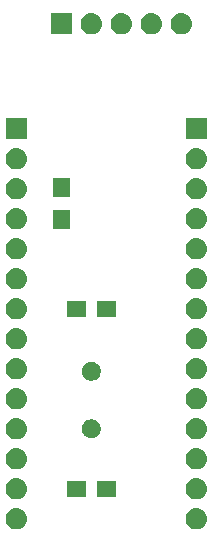
<source format=gbr>
G04 #@! TF.GenerationSoftware,KiCad,Pcbnew,(5.1.0)-1*
G04 #@! TF.CreationDate,2019-09-25T15:25:55+02:00*
G04 #@! TF.ProjectId,atmega328P-flasher,61746d65-6761-4333-9238-502d666c6173,rev?*
G04 #@! TF.SameCoordinates,Original*
G04 #@! TF.FileFunction,Soldermask,Top*
G04 #@! TF.FilePolarity,Negative*
%FSLAX46Y46*%
G04 Gerber Fmt 4.6, Leading zero omitted, Abs format (unit mm)*
G04 Created by KiCad (PCBNEW (5.1.0)-1) date 2019-09-25 15:25:55*
%MOMM*%
%LPD*%
G04 APERTURE LIST*
%ADD10C,0.100000*%
G04 APERTURE END LIST*
D10*
G36*
X132190442Y-110865518D02*
G01*
X132256627Y-110872037D01*
X132426466Y-110923557D01*
X132582991Y-111007222D01*
X132618729Y-111036552D01*
X132720186Y-111119814D01*
X132803448Y-111221271D01*
X132832778Y-111257009D01*
X132916443Y-111413534D01*
X132967963Y-111583373D01*
X132985359Y-111760000D01*
X132967963Y-111936627D01*
X132916443Y-112106466D01*
X132832778Y-112262991D01*
X132803448Y-112298729D01*
X132720186Y-112400186D01*
X132618729Y-112483448D01*
X132582991Y-112512778D01*
X132426466Y-112596443D01*
X132256627Y-112647963D01*
X132190442Y-112654482D01*
X132124260Y-112661000D01*
X132035740Y-112661000D01*
X131969558Y-112654482D01*
X131903373Y-112647963D01*
X131733534Y-112596443D01*
X131577009Y-112512778D01*
X131541271Y-112483448D01*
X131439814Y-112400186D01*
X131356552Y-112298729D01*
X131327222Y-112262991D01*
X131243557Y-112106466D01*
X131192037Y-111936627D01*
X131174641Y-111760000D01*
X131192037Y-111583373D01*
X131243557Y-111413534D01*
X131327222Y-111257009D01*
X131356552Y-111221271D01*
X131439814Y-111119814D01*
X131541271Y-111036552D01*
X131577009Y-111007222D01*
X131733534Y-110923557D01*
X131903373Y-110872037D01*
X131969558Y-110865518D01*
X132035740Y-110859000D01*
X132124260Y-110859000D01*
X132190442Y-110865518D01*
X132190442Y-110865518D01*
G37*
G36*
X116950442Y-110865518D02*
G01*
X117016627Y-110872037D01*
X117186466Y-110923557D01*
X117342991Y-111007222D01*
X117378729Y-111036552D01*
X117480186Y-111119814D01*
X117563448Y-111221271D01*
X117592778Y-111257009D01*
X117676443Y-111413534D01*
X117727963Y-111583373D01*
X117745359Y-111760000D01*
X117727963Y-111936627D01*
X117676443Y-112106466D01*
X117592778Y-112262991D01*
X117563448Y-112298729D01*
X117480186Y-112400186D01*
X117378729Y-112483448D01*
X117342991Y-112512778D01*
X117186466Y-112596443D01*
X117016627Y-112647963D01*
X116950442Y-112654482D01*
X116884260Y-112661000D01*
X116795740Y-112661000D01*
X116729558Y-112654482D01*
X116663373Y-112647963D01*
X116493534Y-112596443D01*
X116337009Y-112512778D01*
X116301271Y-112483448D01*
X116199814Y-112400186D01*
X116116552Y-112298729D01*
X116087222Y-112262991D01*
X116003557Y-112106466D01*
X115952037Y-111936627D01*
X115934641Y-111760000D01*
X115952037Y-111583373D01*
X116003557Y-111413534D01*
X116087222Y-111257009D01*
X116116552Y-111221271D01*
X116199814Y-111119814D01*
X116301271Y-111036552D01*
X116337009Y-111007222D01*
X116493534Y-110923557D01*
X116663373Y-110872037D01*
X116729558Y-110865518D01*
X116795740Y-110859000D01*
X116884260Y-110859000D01*
X116950442Y-110865518D01*
X116950442Y-110865518D01*
G37*
G36*
X116950443Y-108325519D02*
G01*
X117016627Y-108332037D01*
X117186466Y-108383557D01*
X117342991Y-108467222D01*
X117378729Y-108496552D01*
X117480186Y-108579814D01*
X117563448Y-108681271D01*
X117592778Y-108717009D01*
X117676443Y-108873534D01*
X117727963Y-109043373D01*
X117745359Y-109220000D01*
X117727963Y-109396627D01*
X117676443Y-109566466D01*
X117592778Y-109722991D01*
X117563448Y-109758729D01*
X117480186Y-109860186D01*
X117378729Y-109943448D01*
X117342991Y-109972778D01*
X117186466Y-110056443D01*
X117016627Y-110107963D01*
X116950443Y-110114481D01*
X116884260Y-110121000D01*
X116795740Y-110121000D01*
X116729557Y-110114481D01*
X116663373Y-110107963D01*
X116493534Y-110056443D01*
X116337009Y-109972778D01*
X116301271Y-109943448D01*
X116199814Y-109860186D01*
X116116552Y-109758729D01*
X116087222Y-109722991D01*
X116003557Y-109566466D01*
X115952037Y-109396627D01*
X115934641Y-109220000D01*
X115952037Y-109043373D01*
X116003557Y-108873534D01*
X116087222Y-108717009D01*
X116116552Y-108681271D01*
X116199814Y-108579814D01*
X116301271Y-108496552D01*
X116337009Y-108467222D01*
X116493534Y-108383557D01*
X116663373Y-108332037D01*
X116729557Y-108325519D01*
X116795740Y-108319000D01*
X116884260Y-108319000D01*
X116950443Y-108325519D01*
X116950443Y-108325519D01*
G37*
G36*
X132190443Y-108325519D02*
G01*
X132256627Y-108332037D01*
X132426466Y-108383557D01*
X132582991Y-108467222D01*
X132618729Y-108496552D01*
X132720186Y-108579814D01*
X132803448Y-108681271D01*
X132832778Y-108717009D01*
X132916443Y-108873534D01*
X132967963Y-109043373D01*
X132985359Y-109220000D01*
X132967963Y-109396627D01*
X132916443Y-109566466D01*
X132832778Y-109722991D01*
X132803448Y-109758729D01*
X132720186Y-109860186D01*
X132618729Y-109943448D01*
X132582991Y-109972778D01*
X132426466Y-110056443D01*
X132256627Y-110107963D01*
X132190443Y-110114481D01*
X132124260Y-110121000D01*
X132035740Y-110121000D01*
X131969557Y-110114481D01*
X131903373Y-110107963D01*
X131733534Y-110056443D01*
X131577009Y-109972778D01*
X131541271Y-109943448D01*
X131439814Y-109860186D01*
X131356552Y-109758729D01*
X131327222Y-109722991D01*
X131243557Y-109566466D01*
X131192037Y-109396627D01*
X131174641Y-109220000D01*
X131192037Y-109043373D01*
X131243557Y-108873534D01*
X131327222Y-108717009D01*
X131356552Y-108681271D01*
X131439814Y-108579814D01*
X131541271Y-108496552D01*
X131577009Y-108467222D01*
X131733534Y-108383557D01*
X131903373Y-108332037D01*
X131969557Y-108325519D01*
X132035740Y-108319000D01*
X132124260Y-108319000D01*
X132190443Y-108325519D01*
X132190443Y-108325519D01*
G37*
G36*
X125241000Y-109896000D02*
G01*
X123639000Y-109896000D01*
X123639000Y-108544000D01*
X125241000Y-108544000D01*
X125241000Y-109896000D01*
X125241000Y-109896000D01*
G37*
G36*
X122741000Y-109896000D02*
G01*
X121139000Y-109896000D01*
X121139000Y-108544000D01*
X122741000Y-108544000D01*
X122741000Y-109896000D01*
X122741000Y-109896000D01*
G37*
G36*
X132190443Y-105785519D02*
G01*
X132256627Y-105792037D01*
X132426466Y-105843557D01*
X132582991Y-105927222D01*
X132618729Y-105956552D01*
X132720186Y-106039814D01*
X132803448Y-106141271D01*
X132832778Y-106177009D01*
X132916443Y-106333534D01*
X132967963Y-106503373D01*
X132985359Y-106680000D01*
X132967963Y-106856627D01*
X132916443Y-107026466D01*
X132832778Y-107182991D01*
X132803448Y-107218729D01*
X132720186Y-107320186D01*
X132618729Y-107403448D01*
X132582991Y-107432778D01*
X132426466Y-107516443D01*
X132256627Y-107567963D01*
X132190443Y-107574481D01*
X132124260Y-107581000D01*
X132035740Y-107581000D01*
X131969557Y-107574481D01*
X131903373Y-107567963D01*
X131733534Y-107516443D01*
X131577009Y-107432778D01*
X131541271Y-107403448D01*
X131439814Y-107320186D01*
X131356552Y-107218729D01*
X131327222Y-107182991D01*
X131243557Y-107026466D01*
X131192037Y-106856627D01*
X131174641Y-106680000D01*
X131192037Y-106503373D01*
X131243557Y-106333534D01*
X131327222Y-106177009D01*
X131356552Y-106141271D01*
X131439814Y-106039814D01*
X131541271Y-105956552D01*
X131577009Y-105927222D01*
X131733534Y-105843557D01*
X131903373Y-105792037D01*
X131969557Y-105785519D01*
X132035740Y-105779000D01*
X132124260Y-105779000D01*
X132190443Y-105785519D01*
X132190443Y-105785519D01*
G37*
G36*
X116950443Y-105785519D02*
G01*
X117016627Y-105792037D01*
X117186466Y-105843557D01*
X117342991Y-105927222D01*
X117378729Y-105956552D01*
X117480186Y-106039814D01*
X117563448Y-106141271D01*
X117592778Y-106177009D01*
X117676443Y-106333534D01*
X117727963Y-106503373D01*
X117745359Y-106680000D01*
X117727963Y-106856627D01*
X117676443Y-107026466D01*
X117592778Y-107182991D01*
X117563448Y-107218729D01*
X117480186Y-107320186D01*
X117378729Y-107403448D01*
X117342991Y-107432778D01*
X117186466Y-107516443D01*
X117016627Y-107567963D01*
X116950443Y-107574481D01*
X116884260Y-107581000D01*
X116795740Y-107581000D01*
X116729557Y-107574481D01*
X116663373Y-107567963D01*
X116493534Y-107516443D01*
X116337009Y-107432778D01*
X116301271Y-107403448D01*
X116199814Y-107320186D01*
X116116552Y-107218729D01*
X116087222Y-107182991D01*
X116003557Y-107026466D01*
X115952037Y-106856627D01*
X115934641Y-106680000D01*
X115952037Y-106503373D01*
X116003557Y-106333534D01*
X116087222Y-106177009D01*
X116116552Y-106141271D01*
X116199814Y-106039814D01*
X116301271Y-105956552D01*
X116337009Y-105927222D01*
X116493534Y-105843557D01*
X116663373Y-105792037D01*
X116729557Y-105785519D01*
X116795740Y-105779000D01*
X116884260Y-105779000D01*
X116950443Y-105785519D01*
X116950443Y-105785519D01*
G37*
G36*
X132190443Y-103245519D02*
G01*
X132256627Y-103252037D01*
X132426466Y-103303557D01*
X132582991Y-103387222D01*
X132618729Y-103416552D01*
X132720186Y-103499814D01*
X132803448Y-103601271D01*
X132832778Y-103637009D01*
X132916443Y-103793534D01*
X132967963Y-103963373D01*
X132985359Y-104140000D01*
X132967963Y-104316627D01*
X132916443Y-104486466D01*
X132832778Y-104642991D01*
X132803448Y-104678729D01*
X132720186Y-104780186D01*
X132618729Y-104863448D01*
X132582991Y-104892778D01*
X132426466Y-104976443D01*
X132256627Y-105027963D01*
X132190442Y-105034482D01*
X132124260Y-105041000D01*
X132035740Y-105041000D01*
X131969557Y-105034481D01*
X131903373Y-105027963D01*
X131733534Y-104976443D01*
X131577009Y-104892778D01*
X131541271Y-104863448D01*
X131439814Y-104780186D01*
X131356552Y-104678729D01*
X131327222Y-104642991D01*
X131243557Y-104486466D01*
X131192037Y-104316627D01*
X131174641Y-104140000D01*
X131192037Y-103963373D01*
X131243557Y-103793534D01*
X131327222Y-103637009D01*
X131356552Y-103601271D01*
X131439814Y-103499814D01*
X131541271Y-103416552D01*
X131577009Y-103387222D01*
X131733534Y-103303557D01*
X131903373Y-103252037D01*
X131969558Y-103245518D01*
X132035740Y-103239000D01*
X132124260Y-103239000D01*
X132190443Y-103245519D01*
X132190443Y-103245519D01*
G37*
G36*
X116950443Y-103245519D02*
G01*
X117016627Y-103252037D01*
X117186466Y-103303557D01*
X117342991Y-103387222D01*
X117378729Y-103416552D01*
X117480186Y-103499814D01*
X117563448Y-103601271D01*
X117592778Y-103637009D01*
X117676443Y-103793534D01*
X117727963Y-103963373D01*
X117745359Y-104140000D01*
X117727963Y-104316627D01*
X117676443Y-104486466D01*
X117592778Y-104642991D01*
X117563448Y-104678729D01*
X117480186Y-104780186D01*
X117378729Y-104863448D01*
X117342991Y-104892778D01*
X117186466Y-104976443D01*
X117016627Y-105027963D01*
X116950442Y-105034482D01*
X116884260Y-105041000D01*
X116795740Y-105041000D01*
X116729557Y-105034481D01*
X116663373Y-105027963D01*
X116493534Y-104976443D01*
X116337009Y-104892778D01*
X116301271Y-104863448D01*
X116199814Y-104780186D01*
X116116552Y-104678729D01*
X116087222Y-104642991D01*
X116003557Y-104486466D01*
X115952037Y-104316627D01*
X115934641Y-104140000D01*
X115952037Y-103963373D01*
X116003557Y-103793534D01*
X116087222Y-103637009D01*
X116116552Y-103601271D01*
X116199814Y-103499814D01*
X116301271Y-103416552D01*
X116337009Y-103387222D01*
X116493534Y-103303557D01*
X116663373Y-103252037D01*
X116729558Y-103245518D01*
X116795740Y-103239000D01*
X116884260Y-103239000D01*
X116950443Y-103245519D01*
X116950443Y-103245519D01*
G37*
G36*
X123423642Y-103369781D02*
G01*
X123569414Y-103430162D01*
X123569416Y-103430163D01*
X123700608Y-103517822D01*
X123812178Y-103629392D01*
X123899837Y-103760584D01*
X123899838Y-103760586D01*
X123960219Y-103906358D01*
X123991000Y-104061107D01*
X123991000Y-104218893D01*
X123960219Y-104373642D01*
X123899838Y-104519414D01*
X123899837Y-104519416D01*
X123812178Y-104650608D01*
X123700608Y-104762178D01*
X123569416Y-104849837D01*
X123569415Y-104849838D01*
X123569414Y-104849838D01*
X123423642Y-104910219D01*
X123268893Y-104941000D01*
X123111107Y-104941000D01*
X122956358Y-104910219D01*
X122810586Y-104849838D01*
X122810585Y-104849838D01*
X122810584Y-104849837D01*
X122679392Y-104762178D01*
X122567822Y-104650608D01*
X122480163Y-104519416D01*
X122480162Y-104519414D01*
X122419781Y-104373642D01*
X122389000Y-104218893D01*
X122389000Y-104061107D01*
X122419781Y-103906358D01*
X122480162Y-103760586D01*
X122480163Y-103760584D01*
X122567822Y-103629392D01*
X122679392Y-103517822D01*
X122810584Y-103430163D01*
X122810586Y-103430162D01*
X122956358Y-103369781D01*
X123111107Y-103339000D01*
X123268893Y-103339000D01*
X123423642Y-103369781D01*
X123423642Y-103369781D01*
G37*
G36*
X132190443Y-100705519D02*
G01*
X132256627Y-100712037D01*
X132426466Y-100763557D01*
X132582991Y-100847222D01*
X132618729Y-100876552D01*
X132720186Y-100959814D01*
X132803448Y-101061271D01*
X132832778Y-101097009D01*
X132916443Y-101253534D01*
X132967963Y-101423373D01*
X132985359Y-101600000D01*
X132967963Y-101776627D01*
X132916443Y-101946466D01*
X132832778Y-102102991D01*
X132803448Y-102138729D01*
X132720186Y-102240186D01*
X132618729Y-102323448D01*
X132582991Y-102352778D01*
X132426466Y-102436443D01*
X132256627Y-102487963D01*
X132190442Y-102494482D01*
X132124260Y-102501000D01*
X132035740Y-102501000D01*
X131969558Y-102494482D01*
X131903373Y-102487963D01*
X131733534Y-102436443D01*
X131577009Y-102352778D01*
X131541271Y-102323448D01*
X131439814Y-102240186D01*
X131356552Y-102138729D01*
X131327222Y-102102991D01*
X131243557Y-101946466D01*
X131192037Y-101776627D01*
X131174641Y-101600000D01*
X131192037Y-101423373D01*
X131243557Y-101253534D01*
X131327222Y-101097009D01*
X131356552Y-101061271D01*
X131439814Y-100959814D01*
X131541271Y-100876552D01*
X131577009Y-100847222D01*
X131733534Y-100763557D01*
X131903373Y-100712037D01*
X131969557Y-100705519D01*
X132035740Y-100699000D01*
X132124260Y-100699000D01*
X132190443Y-100705519D01*
X132190443Y-100705519D01*
G37*
G36*
X116950443Y-100705519D02*
G01*
X117016627Y-100712037D01*
X117186466Y-100763557D01*
X117342991Y-100847222D01*
X117378729Y-100876552D01*
X117480186Y-100959814D01*
X117563448Y-101061271D01*
X117592778Y-101097009D01*
X117676443Y-101253534D01*
X117727963Y-101423373D01*
X117745359Y-101600000D01*
X117727963Y-101776627D01*
X117676443Y-101946466D01*
X117592778Y-102102991D01*
X117563448Y-102138729D01*
X117480186Y-102240186D01*
X117378729Y-102323448D01*
X117342991Y-102352778D01*
X117186466Y-102436443D01*
X117016627Y-102487963D01*
X116950442Y-102494482D01*
X116884260Y-102501000D01*
X116795740Y-102501000D01*
X116729558Y-102494482D01*
X116663373Y-102487963D01*
X116493534Y-102436443D01*
X116337009Y-102352778D01*
X116301271Y-102323448D01*
X116199814Y-102240186D01*
X116116552Y-102138729D01*
X116087222Y-102102991D01*
X116003557Y-101946466D01*
X115952037Y-101776627D01*
X115934641Y-101600000D01*
X115952037Y-101423373D01*
X116003557Y-101253534D01*
X116087222Y-101097009D01*
X116116552Y-101061271D01*
X116199814Y-100959814D01*
X116301271Y-100876552D01*
X116337009Y-100847222D01*
X116493534Y-100763557D01*
X116663373Y-100712037D01*
X116729557Y-100705519D01*
X116795740Y-100699000D01*
X116884260Y-100699000D01*
X116950443Y-100705519D01*
X116950443Y-100705519D01*
G37*
G36*
X123423642Y-98489781D02*
G01*
X123569414Y-98550162D01*
X123569416Y-98550163D01*
X123700608Y-98637822D01*
X123812178Y-98749392D01*
X123899837Y-98880584D01*
X123899838Y-98880586D01*
X123960219Y-99026358D01*
X123991000Y-99181107D01*
X123991000Y-99338893D01*
X123960219Y-99493642D01*
X123899838Y-99639414D01*
X123899837Y-99639416D01*
X123812178Y-99770608D01*
X123700608Y-99882178D01*
X123569416Y-99969837D01*
X123569415Y-99969838D01*
X123569414Y-99969838D01*
X123423642Y-100030219D01*
X123268893Y-100061000D01*
X123111107Y-100061000D01*
X122956358Y-100030219D01*
X122810586Y-99969838D01*
X122810585Y-99969838D01*
X122810584Y-99969837D01*
X122679392Y-99882178D01*
X122567822Y-99770608D01*
X122480163Y-99639416D01*
X122480162Y-99639414D01*
X122419781Y-99493642D01*
X122389000Y-99338893D01*
X122389000Y-99181107D01*
X122419781Y-99026358D01*
X122480162Y-98880586D01*
X122480163Y-98880584D01*
X122567822Y-98749392D01*
X122679392Y-98637822D01*
X122810584Y-98550163D01*
X122810586Y-98550162D01*
X122956358Y-98489781D01*
X123111107Y-98459000D01*
X123268893Y-98459000D01*
X123423642Y-98489781D01*
X123423642Y-98489781D01*
G37*
G36*
X116950443Y-98165519D02*
G01*
X117016627Y-98172037D01*
X117186466Y-98223557D01*
X117342991Y-98307222D01*
X117378729Y-98336552D01*
X117480186Y-98419814D01*
X117537606Y-98489782D01*
X117592778Y-98557009D01*
X117676443Y-98713534D01*
X117727963Y-98883373D01*
X117745359Y-99060000D01*
X117727963Y-99236627D01*
X117676443Y-99406466D01*
X117592778Y-99562991D01*
X117563448Y-99598729D01*
X117480186Y-99700186D01*
X117394376Y-99770607D01*
X117342991Y-99812778D01*
X117186466Y-99896443D01*
X117016627Y-99947963D01*
X116950443Y-99954481D01*
X116884260Y-99961000D01*
X116795740Y-99961000D01*
X116729557Y-99954481D01*
X116663373Y-99947963D01*
X116493534Y-99896443D01*
X116337009Y-99812778D01*
X116285624Y-99770607D01*
X116199814Y-99700186D01*
X116116552Y-99598729D01*
X116087222Y-99562991D01*
X116003557Y-99406466D01*
X115952037Y-99236627D01*
X115934641Y-99060000D01*
X115952037Y-98883373D01*
X116003557Y-98713534D01*
X116087222Y-98557009D01*
X116142394Y-98489782D01*
X116199814Y-98419814D01*
X116301271Y-98336552D01*
X116337009Y-98307222D01*
X116493534Y-98223557D01*
X116663373Y-98172037D01*
X116729557Y-98165519D01*
X116795740Y-98159000D01*
X116884260Y-98159000D01*
X116950443Y-98165519D01*
X116950443Y-98165519D01*
G37*
G36*
X132190443Y-98165519D02*
G01*
X132256627Y-98172037D01*
X132426466Y-98223557D01*
X132582991Y-98307222D01*
X132618729Y-98336552D01*
X132720186Y-98419814D01*
X132777606Y-98489782D01*
X132832778Y-98557009D01*
X132916443Y-98713534D01*
X132967963Y-98883373D01*
X132985359Y-99060000D01*
X132967963Y-99236627D01*
X132916443Y-99406466D01*
X132832778Y-99562991D01*
X132803448Y-99598729D01*
X132720186Y-99700186D01*
X132634376Y-99770607D01*
X132582991Y-99812778D01*
X132426466Y-99896443D01*
X132256627Y-99947963D01*
X132190443Y-99954481D01*
X132124260Y-99961000D01*
X132035740Y-99961000D01*
X131969557Y-99954481D01*
X131903373Y-99947963D01*
X131733534Y-99896443D01*
X131577009Y-99812778D01*
X131525624Y-99770607D01*
X131439814Y-99700186D01*
X131356552Y-99598729D01*
X131327222Y-99562991D01*
X131243557Y-99406466D01*
X131192037Y-99236627D01*
X131174641Y-99060000D01*
X131192037Y-98883373D01*
X131243557Y-98713534D01*
X131327222Y-98557009D01*
X131382394Y-98489782D01*
X131439814Y-98419814D01*
X131541271Y-98336552D01*
X131577009Y-98307222D01*
X131733534Y-98223557D01*
X131903373Y-98172037D01*
X131969557Y-98165519D01*
X132035740Y-98159000D01*
X132124260Y-98159000D01*
X132190443Y-98165519D01*
X132190443Y-98165519D01*
G37*
G36*
X116950442Y-95625518D02*
G01*
X117016627Y-95632037D01*
X117186466Y-95683557D01*
X117342991Y-95767222D01*
X117378729Y-95796552D01*
X117480186Y-95879814D01*
X117563448Y-95981271D01*
X117592778Y-96017009D01*
X117676443Y-96173534D01*
X117727963Y-96343373D01*
X117745359Y-96520000D01*
X117727963Y-96696627D01*
X117676443Y-96866466D01*
X117592778Y-97022991D01*
X117563448Y-97058729D01*
X117480186Y-97160186D01*
X117378729Y-97243448D01*
X117342991Y-97272778D01*
X117186466Y-97356443D01*
X117016627Y-97407963D01*
X116950442Y-97414482D01*
X116884260Y-97421000D01*
X116795740Y-97421000D01*
X116729558Y-97414482D01*
X116663373Y-97407963D01*
X116493534Y-97356443D01*
X116337009Y-97272778D01*
X116301271Y-97243448D01*
X116199814Y-97160186D01*
X116116552Y-97058729D01*
X116087222Y-97022991D01*
X116003557Y-96866466D01*
X115952037Y-96696627D01*
X115934641Y-96520000D01*
X115952037Y-96343373D01*
X116003557Y-96173534D01*
X116087222Y-96017009D01*
X116116552Y-95981271D01*
X116199814Y-95879814D01*
X116301271Y-95796552D01*
X116337009Y-95767222D01*
X116493534Y-95683557D01*
X116663373Y-95632037D01*
X116729558Y-95625518D01*
X116795740Y-95619000D01*
X116884260Y-95619000D01*
X116950442Y-95625518D01*
X116950442Y-95625518D01*
G37*
G36*
X132190442Y-95625518D02*
G01*
X132256627Y-95632037D01*
X132426466Y-95683557D01*
X132582991Y-95767222D01*
X132618729Y-95796552D01*
X132720186Y-95879814D01*
X132803448Y-95981271D01*
X132832778Y-96017009D01*
X132916443Y-96173534D01*
X132967963Y-96343373D01*
X132985359Y-96520000D01*
X132967963Y-96696627D01*
X132916443Y-96866466D01*
X132832778Y-97022991D01*
X132803448Y-97058729D01*
X132720186Y-97160186D01*
X132618729Y-97243448D01*
X132582991Y-97272778D01*
X132426466Y-97356443D01*
X132256627Y-97407963D01*
X132190442Y-97414482D01*
X132124260Y-97421000D01*
X132035740Y-97421000D01*
X131969558Y-97414482D01*
X131903373Y-97407963D01*
X131733534Y-97356443D01*
X131577009Y-97272778D01*
X131541271Y-97243448D01*
X131439814Y-97160186D01*
X131356552Y-97058729D01*
X131327222Y-97022991D01*
X131243557Y-96866466D01*
X131192037Y-96696627D01*
X131174641Y-96520000D01*
X131192037Y-96343373D01*
X131243557Y-96173534D01*
X131327222Y-96017009D01*
X131356552Y-95981271D01*
X131439814Y-95879814D01*
X131541271Y-95796552D01*
X131577009Y-95767222D01*
X131733534Y-95683557D01*
X131903373Y-95632037D01*
X131969558Y-95625518D01*
X132035740Y-95619000D01*
X132124260Y-95619000D01*
X132190442Y-95625518D01*
X132190442Y-95625518D01*
G37*
G36*
X132190443Y-93085519D02*
G01*
X132256627Y-93092037D01*
X132426466Y-93143557D01*
X132582991Y-93227222D01*
X132618729Y-93256552D01*
X132720186Y-93339814D01*
X132803448Y-93441271D01*
X132832778Y-93477009D01*
X132916443Y-93633534D01*
X132967963Y-93803373D01*
X132985359Y-93980000D01*
X132967963Y-94156627D01*
X132916443Y-94326466D01*
X132832778Y-94482991D01*
X132803448Y-94518729D01*
X132720186Y-94620186D01*
X132618729Y-94703448D01*
X132582991Y-94732778D01*
X132426466Y-94816443D01*
X132256627Y-94867963D01*
X132190443Y-94874481D01*
X132124260Y-94881000D01*
X132035740Y-94881000D01*
X131969557Y-94874481D01*
X131903373Y-94867963D01*
X131733534Y-94816443D01*
X131577009Y-94732778D01*
X131541271Y-94703448D01*
X131439814Y-94620186D01*
X131356552Y-94518729D01*
X131327222Y-94482991D01*
X131243557Y-94326466D01*
X131192037Y-94156627D01*
X131174641Y-93980000D01*
X131192037Y-93803373D01*
X131243557Y-93633534D01*
X131327222Y-93477009D01*
X131356552Y-93441271D01*
X131439814Y-93339814D01*
X131541271Y-93256552D01*
X131577009Y-93227222D01*
X131733534Y-93143557D01*
X131903373Y-93092037D01*
X131969557Y-93085519D01*
X132035740Y-93079000D01*
X132124260Y-93079000D01*
X132190443Y-93085519D01*
X132190443Y-93085519D01*
G37*
G36*
X116950443Y-93085519D02*
G01*
X117016627Y-93092037D01*
X117186466Y-93143557D01*
X117342991Y-93227222D01*
X117378729Y-93256552D01*
X117480186Y-93339814D01*
X117563448Y-93441271D01*
X117592778Y-93477009D01*
X117676443Y-93633534D01*
X117727963Y-93803373D01*
X117745359Y-93980000D01*
X117727963Y-94156627D01*
X117676443Y-94326466D01*
X117592778Y-94482991D01*
X117563448Y-94518729D01*
X117480186Y-94620186D01*
X117378729Y-94703448D01*
X117342991Y-94732778D01*
X117186466Y-94816443D01*
X117016627Y-94867963D01*
X116950443Y-94874481D01*
X116884260Y-94881000D01*
X116795740Y-94881000D01*
X116729557Y-94874481D01*
X116663373Y-94867963D01*
X116493534Y-94816443D01*
X116337009Y-94732778D01*
X116301271Y-94703448D01*
X116199814Y-94620186D01*
X116116552Y-94518729D01*
X116087222Y-94482991D01*
X116003557Y-94326466D01*
X115952037Y-94156627D01*
X115934641Y-93980000D01*
X115952037Y-93803373D01*
X116003557Y-93633534D01*
X116087222Y-93477009D01*
X116116552Y-93441271D01*
X116199814Y-93339814D01*
X116301271Y-93256552D01*
X116337009Y-93227222D01*
X116493534Y-93143557D01*
X116663373Y-93092037D01*
X116729557Y-93085519D01*
X116795740Y-93079000D01*
X116884260Y-93079000D01*
X116950443Y-93085519D01*
X116950443Y-93085519D01*
G37*
G36*
X125241000Y-94656000D02*
G01*
X123639000Y-94656000D01*
X123639000Y-93304000D01*
X125241000Y-93304000D01*
X125241000Y-94656000D01*
X125241000Y-94656000D01*
G37*
G36*
X122741000Y-94656000D02*
G01*
X121139000Y-94656000D01*
X121139000Y-93304000D01*
X122741000Y-93304000D01*
X122741000Y-94656000D01*
X122741000Y-94656000D01*
G37*
G36*
X132190443Y-90545519D02*
G01*
X132256627Y-90552037D01*
X132426466Y-90603557D01*
X132582991Y-90687222D01*
X132618729Y-90716552D01*
X132720186Y-90799814D01*
X132803448Y-90901271D01*
X132832778Y-90937009D01*
X132916443Y-91093534D01*
X132967963Y-91263373D01*
X132985359Y-91440000D01*
X132967963Y-91616627D01*
X132916443Y-91786466D01*
X132832778Y-91942991D01*
X132803448Y-91978729D01*
X132720186Y-92080186D01*
X132618729Y-92163448D01*
X132582991Y-92192778D01*
X132426466Y-92276443D01*
X132256627Y-92327963D01*
X132190443Y-92334481D01*
X132124260Y-92341000D01*
X132035740Y-92341000D01*
X131969557Y-92334481D01*
X131903373Y-92327963D01*
X131733534Y-92276443D01*
X131577009Y-92192778D01*
X131541271Y-92163448D01*
X131439814Y-92080186D01*
X131356552Y-91978729D01*
X131327222Y-91942991D01*
X131243557Y-91786466D01*
X131192037Y-91616627D01*
X131174641Y-91440000D01*
X131192037Y-91263373D01*
X131243557Y-91093534D01*
X131327222Y-90937009D01*
X131356552Y-90901271D01*
X131439814Y-90799814D01*
X131541271Y-90716552D01*
X131577009Y-90687222D01*
X131733534Y-90603557D01*
X131903373Y-90552037D01*
X131969557Y-90545519D01*
X132035740Y-90539000D01*
X132124260Y-90539000D01*
X132190443Y-90545519D01*
X132190443Y-90545519D01*
G37*
G36*
X116950443Y-90545519D02*
G01*
X117016627Y-90552037D01*
X117186466Y-90603557D01*
X117342991Y-90687222D01*
X117378729Y-90716552D01*
X117480186Y-90799814D01*
X117563448Y-90901271D01*
X117592778Y-90937009D01*
X117676443Y-91093534D01*
X117727963Y-91263373D01*
X117745359Y-91440000D01*
X117727963Y-91616627D01*
X117676443Y-91786466D01*
X117592778Y-91942991D01*
X117563448Y-91978729D01*
X117480186Y-92080186D01*
X117378729Y-92163448D01*
X117342991Y-92192778D01*
X117186466Y-92276443D01*
X117016627Y-92327963D01*
X116950443Y-92334481D01*
X116884260Y-92341000D01*
X116795740Y-92341000D01*
X116729557Y-92334481D01*
X116663373Y-92327963D01*
X116493534Y-92276443D01*
X116337009Y-92192778D01*
X116301271Y-92163448D01*
X116199814Y-92080186D01*
X116116552Y-91978729D01*
X116087222Y-91942991D01*
X116003557Y-91786466D01*
X115952037Y-91616627D01*
X115934641Y-91440000D01*
X115952037Y-91263373D01*
X116003557Y-91093534D01*
X116087222Y-90937009D01*
X116116552Y-90901271D01*
X116199814Y-90799814D01*
X116301271Y-90716552D01*
X116337009Y-90687222D01*
X116493534Y-90603557D01*
X116663373Y-90552037D01*
X116729557Y-90545519D01*
X116795740Y-90539000D01*
X116884260Y-90539000D01*
X116950443Y-90545519D01*
X116950443Y-90545519D01*
G37*
G36*
X116950443Y-88005519D02*
G01*
X117016627Y-88012037D01*
X117186466Y-88063557D01*
X117342991Y-88147222D01*
X117378729Y-88176552D01*
X117480186Y-88259814D01*
X117563448Y-88361271D01*
X117592778Y-88397009D01*
X117676443Y-88553534D01*
X117727963Y-88723373D01*
X117745359Y-88900000D01*
X117727963Y-89076627D01*
X117676443Y-89246466D01*
X117592778Y-89402991D01*
X117563448Y-89438729D01*
X117480186Y-89540186D01*
X117378729Y-89623448D01*
X117342991Y-89652778D01*
X117186466Y-89736443D01*
X117016627Y-89787963D01*
X116950443Y-89794481D01*
X116884260Y-89801000D01*
X116795740Y-89801000D01*
X116729557Y-89794481D01*
X116663373Y-89787963D01*
X116493534Y-89736443D01*
X116337009Y-89652778D01*
X116301271Y-89623448D01*
X116199814Y-89540186D01*
X116116552Y-89438729D01*
X116087222Y-89402991D01*
X116003557Y-89246466D01*
X115952037Y-89076627D01*
X115934641Y-88900000D01*
X115952037Y-88723373D01*
X116003557Y-88553534D01*
X116087222Y-88397009D01*
X116116552Y-88361271D01*
X116199814Y-88259814D01*
X116301271Y-88176552D01*
X116337009Y-88147222D01*
X116493534Y-88063557D01*
X116663373Y-88012037D01*
X116729557Y-88005519D01*
X116795740Y-87999000D01*
X116884260Y-87999000D01*
X116950443Y-88005519D01*
X116950443Y-88005519D01*
G37*
G36*
X132190443Y-88005519D02*
G01*
X132256627Y-88012037D01*
X132426466Y-88063557D01*
X132582991Y-88147222D01*
X132618729Y-88176552D01*
X132720186Y-88259814D01*
X132803448Y-88361271D01*
X132832778Y-88397009D01*
X132916443Y-88553534D01*
X132967963Y-88723373D01*
X132985359Y-88900000D01*
X132967963Y-89076627D01*
X132916443Y-89246466D01*
X132832778Y-89402991D01*
X132803448Y-89438729D01*
X132720186Y-89540186D01*
X132618729Y-89623448D01*
X132582991Y-89652778D01*
X132426466Y-89736443D01*
X132256627Y-89787963D01*
X132190443Y-89794481D01*
X132124260Y-89801000D01*
X132035740Y-89801000D01*
X131969557Y-89794481D01*
X131903373Y-89787963D01*
X131733534Y-89736443D01*
X131577009Y-89652778D01*
X131541271Y-89623448D01*
X131439814Y-89540186D01*
X131356552Y-89438729D01*
X131327222Y-89402991D01*
X131243557Y-89246466D01*
X131192037Y-89076627D01*
X131174641Y-88900000D01*
X131192037Y-88723373D01*
X131243557Y-88553534D01*
X131327222Y-88397009D01*
X131356552Y-88361271D01*
X131439814Y-88259814D01*
X131541271Y-88176552D01*
X131577009Y-88147222D01*
X131733534Y-88063557D01*
X131903373Y-88012037D01*
X131969557Y-88005519D01*
X132035740Y-87999000D01*
X132124260Y-87999000D01*
X132190443Y-88005519D01*
X132190443Y-88005519D01*
G37*
G36*
X116950442Y-85465518D02*
G01*
X117016627Y-85472037D01*
X117186466Y-85523557D01*
X117342991Y-85607222D01*
X117378729Y-85636552D01*
X117480186Y-85719814D01*
X117563448Y-85821271D01*
X117592778Y-85857009D01*
X117676443Y-86013534D01*
X117727963Y-86183373D01*
X117745359Y-86360000D01*
X117727963Y-86536627D01*
X117676443Y-86706466D01*
X117592778Y-86862991D01*
X117563448Y-86898729D01*
X117480186Y-87000186D01*
X117378729Y-87083448D01*
X117342991Y-87112778D01*
X117186466Y-87196443D01*
X117016627Y-87247963D01*
X116950442Y-87254482D01*
X116884260Y-87261000D01*
X116795740Y-87261000D01*
X116729558Y-87254482D01*
X116663373Y-87247963D01*
X116493534Y-87196443D01*
X116337009Y-87112778D01*
X116301271Y-87083448D01*
X116199814Y-87000186D01*
X116116552Y-86898729D01*
X116087222Y-86862991D01*
X116003557Y-86706466D01*
X115952037Y-86536627D01*
X115934641Y-86360000D01*
X115952037Y-86183373D01*
X116003557Y-86013534D01*
X116087222Y-85857009D01*
X116116552Y-85821271D01*
X116199814Y-85719814D01*
X116301271Y-85636552D01*
X116337009Y-85607222D01*
X116493534Y-85523557D01*
X116663373Y-85472037D01*
X116729558Y-85465518D01*
X116795740Y-85459000D01*
X116884260Y-85459000D01*
X116950442Y-85465518D01*
X116950442Y-85465518D01*
G37*
G36*
X132190442Y-85465518D02*
G01*
X132256627Y-85472037D01*
X132426466Y-85523557D01*
X132582991Y-85607222D01*
X132618729Y-85636552D01*
X132720186Y-85719814D01*
X132803448Y-85821271D01*
X132832778Y-85857009D01*
X132916443Y-86013534D01*
X132967963Y-86183373D01*
X132985359Y-86360000D01*
X132967963Y-86536627D01*
X132916443Y-86706466D01*
X132832778Y-86862991D01*
X132803448Y-86898729D01*
X132720186Y-87000186D01*
X132618729Y-87083448D01*
X132582991Y-87112778D01*
X132426466Y-87196443D01*
X132256627Y-87247963D01*
X132190442Y-87254482D01*
X132124260Y-87261000D01*
X132035740Y-87261000D01*
X131969558Y-87254482D01*
X131903373Y-87247963D01*
X131733534Y-87196443D01*
X131577009Y-87112778D01*
X131541271Y-87083448D01*
X131439814Y-87000186D01*
X131356552Y-86898729D01*
X131327222Y-86862991D01*
X131243557Y-86706466D01*
X131192037Y-86536627D01*
X131174641Y-86360000D01*
X131192037Y-86183373D01*
X131243557Y-86013534D01*
X131327222Y-85857009D01*
X131356552Y-85821271D01*
X131439814Y-85719814D01*
X131541271Y-85636552D01*
X131577009Y-85607222D01*
X131733534Y-85523557D01*
X131903373Y-85472037D01*
X131969558Y-85465518D01*
X132035740Y-85459000D01*
X132124260Y-85459000D01*
X132190442Y-85465518D01*
X132190442Y-85465518D01*
G37*
G36*
X121351000Y-87241000D02*
G01*
X119949000Y-87241000D01*
X119949000Y-85639000D01*
X121351000Y-85639000D01*
X121351000Y-87241000D01*
X121351000Y-87241000D01*
G37*
G36*
X116950443Y-82925519D02*
G01*
X117016627Y-82932037D01*
X117186466Y-82983557D01*
X117342991Y-83067222D01*
X117378729Y-83096552D01*
X117480186Y-83179814D01*
X117563448Y-83281271D01*
X117592778Y-83317009D01*
X117676443Y-83473534D01*
X117727963Y-83643373D01*
X117745359Y-83820000D01*
X117727963Y-83996627D01*
X117676443Y-84166466D01*
X117592778Y-84322991D01*
X117563448Y-84358729D01*
X117480186Y-84460186D01*
X117381712Y-84541000D01*
X117342991Y-84572778D01*
X117186466Y-84656443D01*
X117016627Y-84707963D01*
X116950443Y-84714481D01*
X116884260Y-84721000D01*
X116795740Y-84721000D01*
X116729557Y-84714481D01*
X116663373Y-84707963D01*
X116493534Y-84656443D01*
X116337009Y-84572778D01*
X116298288Y-84541000D01*
X116199814Y-84460186D01*
X116116552Y-84358729D01*
X116087222Y-84322991D01*
X116003557Y-84166466D01*
X115952037Y-83996627D01*
X115934641Y-83820000D01*
X115952037Y-83643373D01*
X116003557Y-83473534D01*
X116087222Y-83317009D01*
X116116552Y-83281271D01*
X116199814Y-83179814D01*
X116301271Y-83096552D01*
X116337009Y-83067222D01*
X116493534Y-82983557D01*
X116663373Y-82932037D01*
X116729557Y-82925519D01*
X116795740Y-82919000D01*
X116884260Y-82919000D01*
X116950443Y-82925519D01*
X116950443Y-82925519D01*
G37*
G36*
X132190443Y-82925519D02*
G01*
X132256627Y-82932037D01*
X132426466Y-82983557D01*
X132582991Y-83067222D01*
X132618729Y-83096552D01*
X132720186Y-83179814D01*
X132803448Y-83281271D01*
X132832778Y-83317009D01*
X132916443Y-83473534D01*
X132967963Y-83643373D01*
X132985359Y-83820000D01*
X132967963Y-83996627D01*
X132916443Y-84166466D01*
X132832778Y-84322991D01*
X132803448Y-84358729D01*
X132720186Y-84460186D01*
X132621712Y-84541000D01*
X132582991Y-84572778D01*
X132426466Y-84656443D01*
X132256627Y-84707963D01*
X132190443Y-84714481D01*
X132124260Y-84721000D01*
X132035740Y-84721000D01*
X131969557Y-84714481D01*
X131903373Y-84707963D01*
X131733534Y-84656443D01*
X131577009Y-84572778D01*
X131538288Y-84541000D01*
X131439814Y-84460186D01*
X131356552Y-84358729D01*
X131327222Y-84322991D01*
X131243557Y-84166466D01*
X131192037Y-83996627D01*
X131174641Y-83820000D01*
X131192037Y-83643373D01*
X131243557Y-83473534D01*
X131327222Y-83317009D01*
X131356552Y-83281271D01*
X131439814Y-83179814D01*
X131541271Y-83096552D01*
X131577009Y-83067222D01*
X131733534Y-82983557D01*
X131903373Y-82932037D01*
X131969557Y-82925519D01*
X132035740Y-82919000D01*
X132124260Y-82919000D01*
X132190443Y-82925519D01*
X132190443Y-82925519D01*
G37*
G36*
X121351000Y-84541000D02*
G01*
X119949000Y-84541000D01*
X119949000Y-82939000D01*
X121351000Y-82939000D01*
X121351000Y-84541000D01*
X121351000Y-84541000D01*
G37*
G36*
X116950442Y-80385518D02*
G01*
X117016627Y-80392037D01*
X117186466Y-80443557D01*
X117342991Y-80527222D01*
X117378729Y-80556552D01*
X117480186Y-80639814D01*
X117563448Y-80741271D01*
X117592778Y-80777009D01*
X117676443Y-80933534D01*
X117727963Y-81103373D01*
X117745359Y-81280000D01*
X117727963Y-81456627D01*
X117676443Y-81626466D01*
X117592778Y-81782991D01*
X117563448Y-81818729D01*
X117480186Y-81920186D01*
X117378729Y-82003448D01*
X117342991Y-82032778D01*
X117186466Y-82116443D01*
X117016627Y-82167963D01*
X116950443Y-82174481D01*
X116884260Y-82181000D01*
X116795740Y-82181000D01*
X116729557Y-82174481D01*
X116663373Y-82167963D01*
X116493534Y-82116443D01*
X116337009Y-82032778D01*
X116301271Y-82003448D01*
X116199814Y-81920186D01*
X116116552Y-81818729D01*
X116087222Y-81782991D01*
X116003557Y-81626466D01*
X115952037Y-81456627D01*
X115934641Y-81280000D01*
X115952037Y-81103373D01*
X116003557Y-80933534D01*
X116087222Y-80777009D01*
X116116552Y-80741271D01*
X116199814Y-80639814D01*
X116301271Y-80556552D01*
X116337009Y-80527222D01*
X116493534Y-80443557D01*
X116663373Y-80392037D01*
X116729558Y-80385518D01*
X116795740Y-80379000D01*
X116884260Y-80379000D01*
X116950442Y-80385518D01*
X116950442Y-80385518D01*
G37*
G36*
X132190442Y-80385518D02*
G01*
X132256627Y-80392037D01*
X132426466Y-80443557D01*
X132582991Y-80527222D01*
X132618729Y-80556552D01*
X132720186Y-80639814D01*
X132803448Y-80741271D01*
X132832778Y-80777009D01*
X132916443Y-80933534D01*
X132967963Y-81103373D01*
X132985359Y-81280000D01*
X132967963Y-81456627D01*
X132916443Y-81626466D01*
X132832778Y-81782991D01*
X132803448Y-81818729D01*
X132720186Y-81920186D01*
X132618729Y-82003448D01*
X132582991Y-82032778D01*
X132426466Y-82116443D01*
X132256627Y-82167963D01*
X132190443Y-82174481D01*
X132124260Y-82181000D01*
X132035740Y-82181000D01*
X131969557Y-82174481D01*
X131903373Y-82167963D01*
X131733534Y-82116443D01*
X131577009Y-82032778D01*
X131541271Y-82003448D01*
X131439814Y-81920186D01*
X131356552Y-81818729D01*
X131327222Y-81782991D01*
X131243557Y-81626466D01*
X131192037Y-81456627D01*
X131174641Y-81280000D01*
X131192037Y-81103373D01*
X131243557Y-80933534D01*
X131327222Y-80777009D01*
X131356552Y-80741271D01*
X131439814Y-80639814D01*
X131541271Y-80556552D01*
X131577009Y-80527222D01*
X131733534Y-80443557D01*
X131903373Y-80392037D01*
X131969558Y-80385518D01*
X132035740Y-80379000D01*
X132124260Y-80379000D01*
X132190442Y-80385518D01*
X132190442Y-80385518D01*
G37*
G36*
X132981000Y-79641000D02*
G01*
X131179000Y-79641000D01*
X131179000Y-77839000D01*
X132981000Y-77839000D01*
X132981000Y-79641000D01*
X132981000Y-79641000D01*
G37*
G36*
X117741000Y-79641000D02*
G01*
X115939000Y-79641000D01*
X115939000Y-77839000D01*
X117741000Y-77839000D01*
X117741000Y-79641000D01*
X117741000Y-79641000D01*
G37*
G36*
X130920443Y-68955519D02*
G01*
X130986627Y-68962037D01*
X131156466Y-69013557D01*
X131312991Y-69097222D01*
X131348729Y-69126552D01*
X131450186Y-69209814D01*
X131533448Y-69311271D01*
X131562778Y-69347009D01*
X131646443Y-69503534D01*
X131697963Y-69673373D01*
X131715359Y-69850000D01*
X131697963Y-70026627D01*
X131646443Y-70196466D01*
X131562778Y-70352991D01*
X131533448Y-70388729D01*
X131450186Y-70490186D01*
X131348729Y-70573448D01*
X131312991Y-70602778D01*
X131156466Y-70686443D01*
X130986627Y-70737963D01*
X130920443Y-70744481D01*
X130854260Y-70751000D01*
X130765740Y-70751000D01*
X130699557Y-70744481D01*
X130633373Y-70737963D01*
X130463534Y-70686443D01*
X130307009Y-70602778D01*
X130271271Y-70573448D01*
X130169814Y-70490186D01*
X130086552Y-70388729D01*
X130057222Y-70352991D01*
X129973557Y-70196466D01*
X129922037Y-70026627D01*
X129904641Y-69850000D01*
X129922037Y-69673373D01*
X129973557Y-69503534D01*
X130057222Y-69347009D01*
X130086552Y-69311271D01*
X130169814Y-69209814D01*
X130271271Y-69126552D01*
X130307009Y-69097222D01*
X130463534Y-69013557D01*
X130633373Y-68962037D01*
X130699557Y-68955519D01*
X130765740Y-68949000D01*
X130854260Y-68949000D01*
X130920443Y-68955519D01*
X130920443Y-68955519D01*
G37*
G36*
X128380443Y-68955519D02*
G01*
X128446627Y-68962037D01*
X128616466Y-69013557D01*
X128772991Y-69097222D01*
X128808729Y-69126552D01*
X128910186Y-69209814D01*
X128993448Y-69311271D01*
X129022778Y-69347009D01*
X129106443Y-69503534D01*
X129157963Y-69673373D01*
X129175359Y-69850000D01*
X129157963Y-70026627D01*
X129106443Y-70196466D01*
X129022778Y-70352991D01*
X128993448Y-70388729D01*
X128910186Y-70490186D01*
X128808729Y-70573448D01*
X128772991Y-70602778D01*
X128616466Y-70686443D01*
X128446627Y-70737963D01*
X128380443Y-70744481D01*
X128314260Y-70751000D01*
X128225740Y-70751000D01*
X128159557Y-70744481D01*
X128093373Y-70737963D01*
X127923534Y-70686443D01*
X127767009Y-70602778D01*
X127731271Y-70573448D01*
X127629814Y-70490186D01*
X127546552Y-70388729D01*
X127517222Y-70352991D01*
X127433557Y-70196466D01*
X127382037Y-70026627D01*
X127364641Y-69850000D01*
X127382037Y-69673373D01*
X127433557Y-69503534D01*
X127517222Y-69347009D01*
X127546552Y-69311271D01*
X127629814Y-69209814D01*
X127731271Y-69126552D01*
X127767009Y-69097222D01*
X127923534Y-69013557D01*
X128093373Y-68962037D01*
X128159557Y-68955519D01*
X128225740Y-68949000D01*
X128314260Y-68949000D01*
X128380443Y-68955519D01*
X128380443Y-68955519D01*
G37*
G36*
X125840443Y-68955519D02*
G01*
X125906627Y-68962037D01*
X126076466Y-69013557D01*
X126232991Y-69097222D01*
X126268729Y-69126552D01*
X126370186Y-69209814D01*
X126453448Y-69311271D01*
X126482778Y-69347009D01*
X126566443Y-69503534D01*
X126617963Y-69673373D01*
X126635359Y-69850000D01*
X126617963Y-70026627D01*
X126566443Y-70196466D01*
X126482778Y-70352991D01*
X126453448Y-70388729D01*
X126370186Y-70490186D01*
X126268729Y-70573448D01*
X126232991Y-70602778D01*
X126076466Y-70686443D01*
X125906627Y-70737963D01*
X125840443Y-70744481D01*
X125774260Y-70751000D01*
X125685740Y-70751000D01*
X125619557Y-70744481D01*
X125553373Y-70737963D01*
X125383534Y-70686443D01*
X125227009Y-70602778D01*
X125191271Y-70573448D01*
X125089814Y-70490186D01*
X125006552Y-70388729D01*
X124977222Y-70352991D01*
X124893557Y-70196466D01*
X124842037Y-70026627D01*
X124824641Y-69850000D01*
X124842037Y-69673373D01*
X124893557Y-69503534D01*
X124977222Y-69347009D01*
X125006552Y-69311271D01*
X125089814Y-69209814D01*
X125191271Y-69126552D01*
X125227009Y-69097222D01*
X125383534Y-69013557D01*
X125553373Y-68962037D01*
X125619557Y-68955519D01*
X125685740Y-68949000D01*
X125774260Y-68949000D01*
X125840443Y-68955519D01*
X125840443Y-68955519D01*
G37*
G36*
X123300443Y-68955519D02*
G01*
X123366627Y-68962037D01*
X123536466Y-69013557D01*
X123692991Y-69097222D01*
X123728729Y-69126552D01*
X123830186Y-69209814D01*
X123913448Y-69311271D01*
X123942778Y-69347009D01*
X124026443Y-69503534D01*
X124077963Y-69673373D01*
X124095359Y-69850000D01*
X124077963Y-70026627D01*
X124026443Y-70196466D01*
X123942778Y-70352991D01*
X123913448Y-70388729D01*
X123830186Y-70490186D01*
X123728729Y-70573448D01*
X123692991Y-70602778D01*
X123536466Y-70686443D01*
X123366627Y-70737963D01*
X123300443Y-70744481D01*
X123234260Y-70751000D01*
X123145740Y-70751000D01*
X123079557Y-70744481D01*
X123013373Y-70737963D01*
X122843534Y-70686443D01*
X122687009Y-70602778D01*
X122651271Y-70573448D01*
X122549814Y-70490186D01*
X122466552Y-70388729D01*
X122437222Y-70352991D01*
X122353557Y-70196466D01*
X122302037Y-70026627D01*
X122284641Y-69850000D01*
X122302037Y-69673373D01*
X122353557Y-69503534D01*
X122437222Y-69347009D01*
X122466552Y-69311271D01*
X122549814Y-69209814D01*
X122651271Y-69126552D01*
X122687009Y-69097222D01*
X122843534Y-69013557D01*
X123013373Y-68962037D01*
X123079557Y-68955519D01*
X123145740Y-68949000D01*
X123234260Y-68949000D01*
X123300443Y-68955519D01*
X123300443Y-68955519D01*
G37*
G36*
X121551000Y-70751000D02*
G01*
X119749000Y-70751000D01*
X119749000Y-68949000D01*
X121551000Y-68949000D01*
X121551000Y-70751000D01*
X121551000Y-70751000D01*
G37*
M02*

</source>
